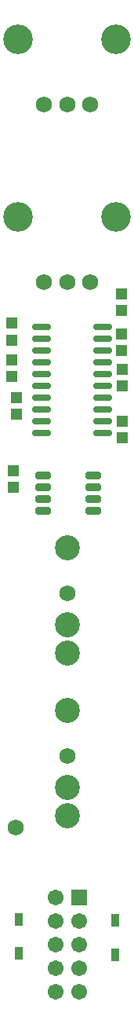
<source format=gts>
G04 Layer_Color=8388736*
%FSLAX25Y25*%
%MOIN*%
G70*
G01*
G75*
%ADD34O,0.08083X0.02965*%
%ADD35R,0.03556X0.05524*%
G04:AMPARAMS|DCode=36|XSize=31.62mil|YSize=65.09mil|CornerRadius=6.01mil|HoleSize=0mil|Usage=FLASHONLY|Rotation=90.000|XOffset=0mil|YOffset=0mil|HoleType=Round|Shape=RoundedRectangle|*
%AMROUNDEDRECTD36*
21,1,0.03162,0.05307,0,0,90.0*
21,1,0.01961,0.06509,0,0,90.0*
1,1,0.01202,0.02653,0.00980*
1,1,0.01202,0.02653,-0.00980*
1,1,0.01202,-0.02653,-0.00980*
1,1,0.01202,-0.02653,0.00980*
%
%ADD36ROUNDEDRECTD36*%
%ADD37R,0.05131X0.05131*%
%ADD38C,0.10642*%
%ADD39C,0.06800*%
%ADD40C,0.12611*%
%ADD41R,0.06706X0.06706*%
%ADD42C,0.06706*%
D34*
X16500Y288000D02*
D03*
Y283000D02*
D03*
Y278000D02*
D03*
Y273000D02*
D03*
Y268000D02*
D03*
Y263000D02*
D03*
Y258000D02*
D03*
Y253000D02*
D03*
Y248000D02*
D03*
Y243000D02*
D03*
X42500Y288000D02*
D03*
Y283000D02*
D03*
Y278000D02*
D03*
Y273000D02*
D03*
Y268000D02*
D03*
Y263000D02*
D03*
Y258000D02*
D03*
Y253000D02*
D03*
Y248000D02*
D03*
Y243000D02*
D03*
D35*
X7000Y22217D02*
D03*
Y36783D02*
D03*
X48000Y36283D02*
D03*
Y21716D02*
D03*
D36*
X38728Y210000D02*
D03*
Y215000D02*
D03*
Y220000D02*
D03*
Y225000D02*
D03*
X17272Y210000D02*
D03*
Y215000D02*
D03*
Y220000D02*
D03*
Y225000D02*
D03*
D37*
X4500Y227043D02*
D03*
Y219957D02*
D03*
X6000Y250957D02*
D03*
Y258043D02*
D03*
X51000Y248043D02*
D03*
Y240957D02*
D03*
X4000Y274043D02*
D03*
Y266957D02*
D03*
Y289543D02*
D03*
Y282457D02*
D03*
X51000Y262957D02*
D03*
Y270043D02*
D03*
X50500Y294957D02*
D03*
Y302043D02*
D03*
X50500Y277957D02*
D03*
Y285043D02*
D03*
D38*
X27500Y149488D02*
D03*
Y161693D02*
D03*
Y194370D02*
D03*
Y80488D02*
D03*
Y92693D02*
D03*
Y125370D02*
D03*
D39*
Y175000D02*
D03*
X37343Y306941D02*
D03*
X17658D02*
D03*
X27500D02*
D03*
X37343Y382441D02*
D03*
X17658D02*
D03*
X27500D02*
D03*
Y106000D02*
D03*
X5500Y75500D02*
D03*
D40*
X6634Y334500D02*
D03*
X48366D02*
D03*
X6634Y410000D02*
D03*
X48366D02*
D03*
D41*
X32500Y46000D02*
D03*
D42*
X22500D02*
D03*
X32500Y36000D02*
D03*
X22500D02*
D03*
X32500Y26000D02*
D03*
X22500D02*
D03*
X32500Y16000D02*
D03*
X22500D02*
D03*
X32500Y6000D02*
D03*
X22500D02*
D03*
M02*

</source>
